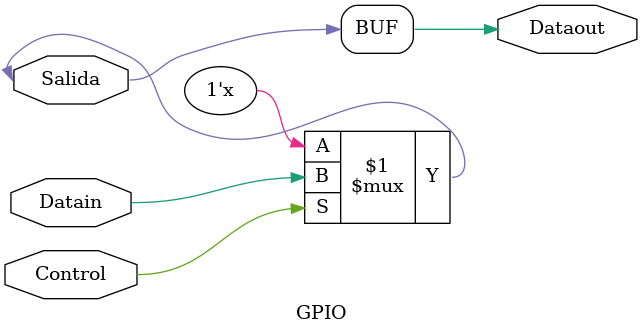
<source format=v>
module GPIO (
	input Datain,
	input Control,
	output Dataout,
	
	inout Salida
);
	

assign Salida = (Control ? Datain : 1'bZ);
assign Dataout = Salida;


endmodule 
</source>
